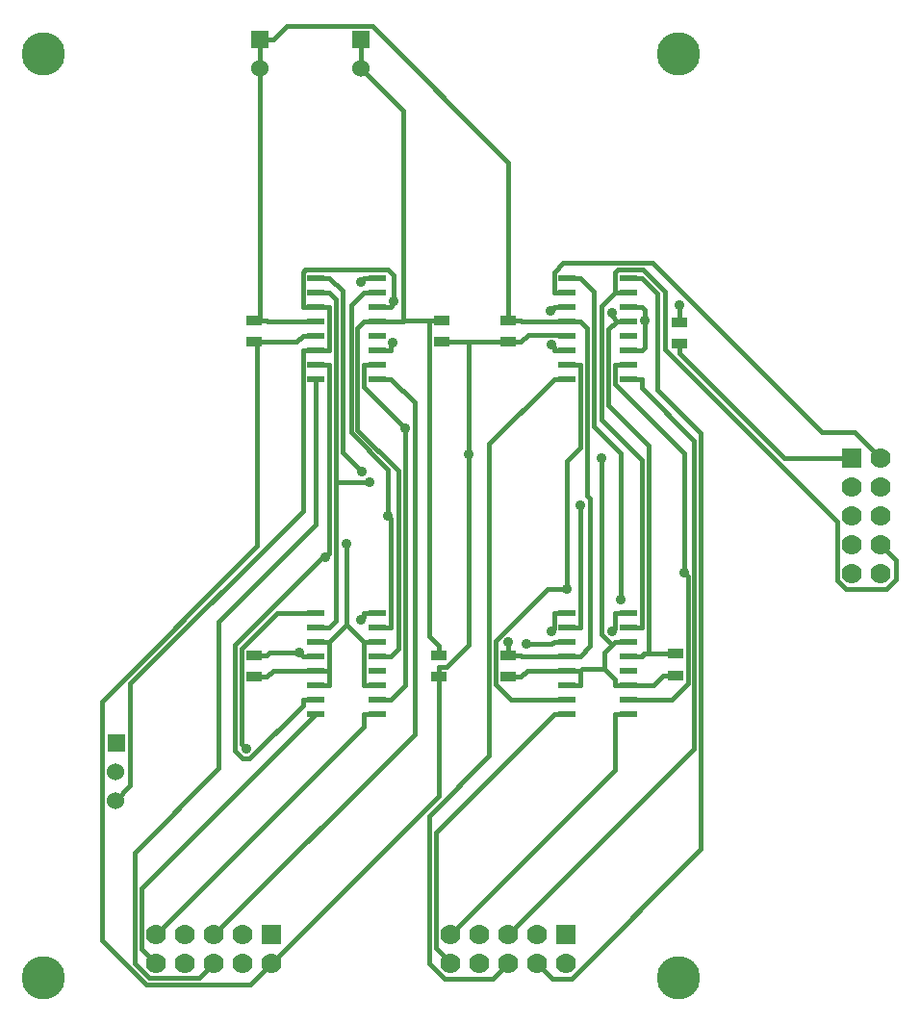
<source format=gtl>
G04 (created by PCBNEW (2013-jul-07)-stable) date Thu 17 Jan 2019 04:45:59 PM PST*
%MOIN*%
G04 Gerber Fmt 3.4, Leading zero omitted, Abs format*
%FSLAX34Y34*%
G01*
G70*
G90*
G04 APERTURE LIST*
%ADD10C,0.00590551*%
%ADD11R,0.055X0.035*%
%ADD12R,0.06X0.06*%
%ADD13C,0.06*%
%ADD14R,0.07X0.07*%
%ADD15C,0.07*%
%ADD16R,0.0610236X0.023622*%
%ADD17C,0.15*%
%ADD18C,0.035*%
%ADD19C,0.015*%
G04 APERTURE END LIST*
G54D10*
G54D11*
X53379Y-52275D03*
X53379Y-53025D03*
X47600Y-53075D03*
X47600Y-52325D03*
X53509Y-40784D03*
X53509Y-41534D03*
X47600Y-41475D03*
X47600Y-40725D03*
X45200Y-52325D03*
X45200Y-53075D03*
X38800Y-53075D03*
X38800Y-52325D03*
X45300Y-40725D03*
X45300Y-41475D03*
X38800Y-41475D03*
X38800Y-40725D03*
G54D12*
X34010Y-55350D03*
G54D13*
X33980Y-56350D03*
X33980Y-57350D03*
G54D12*
X39000Y-31000D03*
G54D13*
X39000Y-32000D03*
G54D12*
X42500Y-31000D03*
G54D13*
X42500Y-32000D03*
G54D14*
X39400Y-62000D03*
G54D15*
X39400Y-63000D03*
X38400Y-62000D03*
X38400Y-63000D03*
X37400Y-62000D03*
X37400Y-63000D03*
X36400Y-62000D03*
X36400Y-63000D03*
X35400Y-62000D03*
X35400Y-63000D03*
G54D14*
X49600Y-62000D03*
G54D15*
X49600Y-63000D03*
X48600Y-62000D03*
X48600Y-63000D03*
X47600Y-62000D03*
X47600Y-63000D03*
X46600Y-62000D03*
X46600Y-63000D03*
X45600Y-62000D03*
X45600Y-63000D03*
G54D16*
X49637Y-50850D03*
X49637Y-51350D03*
X49637Y-51850D03*
X49637Y-52350D03*
X51762Y-52350D03*
X51762Y-51850D03*
X51762Y-51350D03*
X51762Y-50850D03*
X49637Y-52850D03*
X49637Y-53350D03*
X49637Y-53850D03*
X49637Y-54350D03*
X51762Y-53350D03*
X51762Y-53850D03*
X51762Y-54350D03*
X51762Y-52850D03*
X49637Y-39250D03*
X49637Y-39750D03*
X49637Y-40250D03*
X49637Y-40750D03*
X51762Y-40750D03*
X51762Y-40250D03*
X51762Y-39750D03*
X51762Y-39250D03*
X49637Y-41250D03*
X49637Y-41750D03*
X49637Y-42250D03*
X49637Y-42750D03*
X51762Y-41750D03*
X51762Y-42250D03*
X51762Y-42750D03*
X51762Y-41250D03*
X40937Y-50850D03*
X40937Y-51350D03*
X40937Y-51850D03*
X40937Y-52350D03*
X43062Y-52350D03*
X43062Y-51850D03*
X43062Y-51350D03*
X43062Y-50850D03*
X40937Y-52850D03*
X40937Y-53350D03*
X40937Y-53850D03*
X40937Y-54350D03*
X43062Y-53350D03*
X43062Y-53850D03*
X43062Y-54350D03*
X43062Y-52850D03*
X40937Y-39250D03*
X40937Y-39750D03*
X40937Y-40250D03*
X40937Y-40750D03*
X43062Y-40750D03*
X43062Y-40250D03*
X43062Y-39750D03*
X43062Y-39250D03*
X40937Y-41250D03*
X40937Y-41750D03*
X40937Y-42250D03*
X40937Y-42750D03*
X43062Y-41750D03*
X43062Y-42250D03*
X43062Y-42750D03*
X43062Y-41250D03*
G54D17*
X31500Y-31500D03*
X53500Y-31500D03*
X53500Y-63500D03*
X31500Y-63500D03*
G54D14*
X59500Y-45500D03*
G54D15*
X60500Y-45500D03*
X59500Y-46500D03*
X60500Y-46500D03*
X59500Y-47500D03*
X60500Y-47500D03*
X59500Y-48500D03*
X60500Y-48500D03*
X59500Y-49500D03*
X60500Y-49500D03*
G54D18*
X51187Y-40446D03*
X53509Y-40208D03*
X47600Y-51878D03*
X40352Y-52225D03*
X49054Y-40408D03*
X51197Y-51497D03*
X49076Y-51497D03*
X42519Y-45959D03*
X42481Y-39390D03*
X38518Y-55563D03*
X42505Y-51080D03*
X51492Y-50406D03*
X46241Y-45374D03*
X42000Y-48447D03*
X50840Y-45500D03*
X48234Y-51928D03*
X50097Y-47123D03*
X52326Y-40725D03*
X43629Y-40068D03*
X43607Y-41494D03*
X49076Y-41576D03*
X42785Y-46324D03*
X43427Y-47500D03*
X44008Y-44449D03*
X41258Y-48933D03*
X53706Y-49477D03*
X49637Y-50021D03*
G54D19*
X53379Y-52275D02*
X52949Y-52275D01*
X51762Y-52350D02*
X52223Y-52350D01*
X51762Y-40750D02*
X51360Y-40750D01*
X45300Y-40725D02*
X44869Y-40725D01*
X43973Y-40725D02*
X44869Y-40725D01*
X45200Y-52325D02*
X45200Y-51994D01*
X52298Y-52275D02*
X52470Y-52275D01*
X52223Y-52350D02*
X52298Y-52275D01*
X52470Y-52275D02*
X52949Y-52275D01*
X51187Y-40577D02*
X51360Y-40750D01*
X51187Y-40446D02*
X51187Y-40577D01*
X53509Y-40208D02*
X53509Y-40784D01*
X44869Y-51664D02*
X44869Y-40725D01*
X45200Y-51994D02*
X44869Y-51664D01*
X43973Y-33473D02*
X42500Y-32000D01*
X43973Y-40725D02*
X43973Y-33473D01*
X42500Y-31000D02*
X42500Y-32000D01*
X52470Y-45076D02*
X52470Y-52275D01*
X51072Y-43678D02*
X52470Y-45076D01*
X51072Y-41037D02*
X51072Y-43678D01*
X51360Y-40750D02*
X51072Y-41037D01*
X43948Y-40750D02*
X43062Y-40750D01*
X43973Y-40725D02*
X43948Y-40750D01*
X43778Y-52094D02*
X43523Y-52350D01*
X43778Y-45919D02*
X43778Y-52094D01*
X42372Y-44513D02*
X43778Y-45919D01*
X42372Y-40980D02*
X42372Y-44513D01*
X42602Y-40750D02*
X42372Y-40980D01*
X43062Y-40750D02*
X42602Y-40750D01*
X43062Y-52350D02*
X43523Y-52350D01*
X38800Y-40725D02*
X39000Y-40725D01*
X39000Y-40725D02*
X39230Y-40725D01*
X48055Y-52350D02*
X49637Y-52350D01*
X48030Y-52325D02*
X48055Y-52350D01*
X47600Y-52325D02*
X48030Y-52325D01*
X40937Y-52350D02*
X40476Y-52350D01*
X47600Y-52325D02*
X47600Y-51994D01*
X40476Y-52350D02*
X40352Y-52225D01*
X39329Y-52225D02*
X39230Y-52325D01*
X40352Y-52225D02*
X39329Y-52225D01*
X38800Y-52325D02*
X39230Y-52325D01*
X39255Y-40750D02*
X40937Y-40750D01*
X39230Y-40725D02*
X39255Y-40750D01*
X49468Y-40750D02*
X49176Y-40750D01*
X49468Y-40750D02*
X49637Y-40750D01*
X50435Y-52011D02*
X50097Y-52350D01*
X50435Y-46900D02*
X50435Y-52011D01*
X50331Y-46796D02*
X50435Y-46900D01*
X50331Y-40984D02*
X50331Y-46796D01*
X50097Y-40750D02*
X50331Y-40984D01*
X49637Y-40750D02*
X50097Y-40750D01*
X49637Y-52350D02*
X50097Y-52350D01*
X48055Y-40750D02*
X49176Y-40750D01*
X48030Y-40725D02*
X48055Y-40750D01*
X47600Y-40725D02*
X48030Y-40725D01*
X47600Y-51994D02*
X47600Y-51878D01*
X39000Y-40725D02*
X39000Y-32000D01*
X39000Y-32000D02*
X39000Y-31000D01*
X47600Y-35262D02*
X47600Y-40725D01*
X42882Y-30544D02*
X47600Y-35262D01*
X39910Y-30544D02*
X42882Y-30544D01*
X39455Y-31000D02*
X39910Y-30544D01*
X39000Y-31000D02*
X39455Y-31000D01*
X49176Y-40286D02*
X49054Y-40408D01*
X49176Y-40250D02*
X49176Y-40286D01*
X49637Y-40250D02*
X49176Y-40250D01*
X49637Y-39750D02*
X49176Y-39750D01*
X49176Y-39062D02*
X49176Y-39750D01*
X49496Y-38742D02*
X49176Y-39062D01*
X52596Y-38742D02*
X49496Y-38742D01*
X58450Y-44596D02*
X52596Y-38742D01*
X59596Y-44596D02*
X58450Y-44596D01*
X60500Y-45500D02*
X59596Y-44596D01*
X49637Y-54350D02*
X49176Y-54350D01*
X45076Y-58449D02*
X49176Y-54350D01*
X45076Y-62476D02*
X45076Y-58449D01*
X45600Y-63000D02*
X45076Y-62476D01*
X51302Y-51392D02*
X51197Y-51497D01*
X51302Y-50850D02*
X51302Y-51392D01*
X51762Y-50850D02*
X51302Y-50850D01*
X49176Y-51397D02*
X49076Y-51497D01*
X49176Y-50850D02*
X49176Y-51397D01*
X49637Y-50850D02*
X49176Y-50850D01*
X51302Y-56297D02*
X45600Y-62000D01*
X51302Y-54350D02*
X51302Y-56297D01*
X51762Y-54350D02*
X51302Y-54350D01*
X49637Y-42750D02*
X49176Y-42750D01*
X47071Y-63528D02*
X47600Y-63000D01*
X45383Y-63528D02*
X47071Y-63528D01*
X44846Y-62991D02*
X45383Y-63528D01*
X44846Y-57879D02*
X44846Y-62991D01*
X46939Y-55785D02*
X44846Y-57879D01*
X46939Y-44987D02*
X46939Y-55785D01*
X49176Y-42750D02*
X46939Y-44987D01*
X51762Y-42750D02*
X52223Y-42750D01*
X52223Y-43075D02*
X52223Y-42750D01*
X54040Y-44892D02*
X52223Y-43075D01*
X54040Y-55559D02*
X54040Y-44892D01*
X47600Y-62000D02*
X54040Y-55559D01*
X40937Y-39250D02*
X41397Y-39250D01*
X41857Y-45297D02*
X42519Y-45959D01*
X41857Y-39710D02*
X41857Y-45297D01*
X41397Y-39250D02*
X41857Y-39710D01*
X43062Y-39250D02*
X42602Y-39250D01*
X42602Y-39269D02*
X42481Y-39390D01*
X42602Y-39250D02*
X42602Y-39269D01*
X43062Y-42750D02*
X43523Y-42750D01*
X44350Y-43577D02*
X43523Y-42750D01*
X44350Y-55049D02*
X44350Y-43577D01*
X37400Y-62000D02*
X44350Y-55049D01*
X36890Y-63509D02*
X37400Y-63000D01*
X35167Y-63509D02*
X36890Y-63509D01*
X34650Y-62992D02*
X35167Y-63509D01*
X34650Y-59160D02*
X34650Y-62992D01*
X37573Y-56237D02*
X34650Y-59160D01*
X37573Y-51168D02*
X37573Y-56237D01*
X40937Y-47805D02*
X37573Y-51168D01*
X40937Y-42750D02*
X40937Y-47805D01*
X38352Y-55397D02*
X38518Y-55563D01*
X38352Y-52086D02*
X38352Y-55397D01*
X39588Y-50850D02*
X38352Y-52086D01*
X40937Y-50850D02*
X39588Y-50850D01*
X42602Y-50983D02*
X42505Y-51080D01*
X42602Y-50850D02*
X42602Y-50983D01*
X43062Y-50850D02*
X42602Y-50850D01*
X51492Y-45336D02*
X51492Y-50406D01*
X50561Y-44405D02*
X51492Y-45336D01*
X50561Y-39714D02*
X50561Y-44405D01*
X50097Y-39250D02*
X50561Y-39714D01*
X49637Y-39250D02*
X50097Y-39250D01*
X43062Y-54350D02*
X42602Y-54350D01*
X42602Y-54797D02*
X42602Y-54350D01*
X35400Y-62000D02*
X42602Y-54797D01*
X34892Y-60394D02*
X40937Y-54350D01*
X34892Y-62492D02*
X34892Y-60394D01*
X35400Y-63000D02*
X34892Y-62492D01*
X51762Y-39250D02*
X52223Y-39250D01*
X52755Y-39781D02*
X52223Y-39250D01*
X52755Y-43119D02*
X52755Y-39781D01*
X54270Y-44634D02*
X52755Y-43119D01*
X54270Y-59044D02*
X54270Y-44634D01*
X49785Y-63528D02*
X54270Y-59044D01*
X49128Y-63528D02*
X49785Y-63528D01*
X48600Y-63000D02*
X49128Y-63528D01*
X57144Y-45500D02*
X53509Y-41864D01*
X59500Y-45500D02*
X57144Y-45500D01*
X53509Y-41534D02*
X53509Y-41864D01*
X40937Y-41250D02*
X40476Y-41250D01*
X40251Y-41475D02*
X39230Y-41475D01*
X40476Y-41250D02*
X40251Y-41475D01*
X46241Y-41475D02*
X46241Y-45374D01*
X46241Y-41475D02*
X45300Y-41475D01*
X45200Y-53075D02*
X45200Y-52744D01*
X39455Y-52850D02*
X39230Y-53075D01*
X40476Y-52850D02*
X39455Y-52850D01*
X40937Y-52850D02*
X40476Y-52850D01*
X38800Y-53075D02*
X39230Y-53075D01*
X43062Y-53350D02*
X42602Y-53350D01*
X43062Y-51850D02*
X42602Y-51850D01*
X40937Y-52850D02*
X41397Y-52850D01*
X40937Y-51850D02*
X41397Y-51850D01*
X48255Y-52850D02*
X48030Y-53075D01*
X49637Y-52850D02*
X48255Y-52850D01*
X47600Y-53075D02*
X48030Y-53075D01*
X46241Y-41475D02*
X47600Y-41475D01*
X47600Y-41475D02*
X48030Y-41475D01*
X50097Y-53350D02*
X50097Y-52850D01*
X49637Y-52850D02*
X50097Y-52850D01*
X49637Y-53350D02*
X50097Y-53350D01*
X53379Y-53025D02*
X52949Y-53025D01*
X42602Y-53350D02*
X42602Y-51850D01*
X41397Y-52850D02*
X41397Y-51850D01*
X41397Y-53350D02*
X41397Y-52850D01*
X40937Y-53350D02*
X41397Y-53350D01*
X38800Y-41475D02*
X38907Y-41475D01*
X38907Y-41475D02*
X39230Y-41475D01*
X45200Y-53075D02*
X45200Y-53405D01*
X46241Y-51955D02*
X46241Y-45374D01*
X45452Y-52744D02*
X46241Y-51955D01*
X45200Y-52744D02*
X45452Y-52744D01*
X52624Y-53350D02*
X51762Y-53350D01*
X52949Y-53025D02*
X52624Y-53350D01*
X51762Y-53350D02*
X51302Y-53350D01*
X45200Y-57200D02*
X45200Y-53405D01*
X39400Y-63000D02*
X45200Y-57200D01*
X51302Y-53148D02*
X50939Y-52785D01*
X51302Y-53350D02*
X51302Y-53148D01*
X50161Y-52785D02*
X50097Y-52850D01*
X50939Y-52785D02*
X50161Y-52785D01*
X51762Y-51850D02*
X51302Y-51850D01*
X50939Y-52212D02*
X51192Y-51960D01*
X50939Y-52785D02*
X50939Y-52212D01*
X51192Y-51960D02*
X51302Y-51850D01*
X50840Y-51608D02*
X50840Y-45500D01*
X51192Y-51960D02*
X50840Y-51608D01*
X38660Y-63739D02*
X39400Y-63000D01*
X35072Y-63739D02*
X38660Y-63739D01*
X33511Y-62179D02*
X35072Y-63739D01*
X33511Y-53934D02*
X33511Y-62179D01*
X38907Y-48539D02*
X33511Y-53934D01*
X38907Y-41475D02*
X38907Y-48539D01*
X42000Y-51247D02*
X41397Y-51850D01*
X42000Y-51247D02*
X42602Y-51850D01*
X42000Y-51247D02*
X42000Y-48447D01*
X48281Y-41223D02*
X48030Y-41475D01*
X49610Y-41223D02*
X48281Y-41223D01*
X49637Y-41250D02*
X49610Y-41223D01*
X49098Y-51928D02*
X48234Y-51928D01*
X49176Y-51850D02*
X49098Y-51928D01*
X49637Y-51850D02*
X49176Y-51850D01*
X49637Y-51350D02*
X50097Y-51350D01*
X50097Y-51350D02*
X50097Y-47123D01*
X40937Y-41750D02*
X40476Y-41750D01*
X51762Y-41750D02*
X52223Y-41750D01*
X52326Y-41646D02*
X52326Y-40725D01*
X52223Y-41750D02*
X52326Y-41646D01*
X52326Y-40353D02*
X52223Y-40250D01*
X52326Y-40725D02*
X52326Y-40353D01*
X51762Y-40250D02*
X52223Y-40250D01*
X41397Y-40250D02*
X41397Y-41750D01*
X40937Y-41750D02*
X41397Y-41750D01*
X34492Y-56837D02*
X33980Y-57350D01*
X34492Y-53308D02*
X34492Y-56837D01*
X40476Y-47324D02*
X34492Y-53308D01*
X40476Y-41750D02*
X40476Y-47324D01*
X43062Y-40250D02*
X43523Y-40250D01*
X43629Y-40143D02*
X43629Y-40068D01*
X43523Y-40250D02*
X43629Y-40143D01*
X41167Y-40250D02*
X41397Y-40250D01*
X41167Y-40250D02*
X40937Y-40250D01*
X43629Y-39170D02*
X43629Y-40068D01*
X43435Y-38976D02*
X43629Y-39170D01*
X40566Y-38976D02*
X43435Y-38976D01*
X40476Y-39066D02*
X40566Y-38976D01*
X40476Y-40250D02*
X40476Y-39066D01*
X40937Y-40250D02*
X40476Y-40250D01*
X43523Y-41578D02*
X43607Y-41494D01*
X43523Y-41750D02*
X43523Y-41578D01*
X43062Y-41750D02*
X43523Y-41750D01*
X49637Y-41750D02*
X49176Y-41750D01*
X49176Y-41677D02*
X49076Y-41576D01*
X49176Y-41750D02*
X49176Y-41677D01*
X40937Y-39750D02*
X41397Y-39750D01*
X40937Y-51350D02*
X41397Y-51350D01*
X41627Y-39980D02*
X41627Y-46324D01*
X41397Y-39750D02*
X41627Y-39980D01*
X41627Y-51119D02*
X41397Y-51350D01*
X41627Y-46324D02*
X41627Y-51119D01*
X41627Y-46324D02*
X42785Y-46324D01*
X43062Y-51350D02*
X43523Y-51350D01*
X43523Y-47595D02*
X43427Y-47500D01*
X43523Y-51350D02*
X43523Y-47595D01*
X43062Y-39750D02*
X42602Y-39750D01*
X43427Y-45894D02*
X43427Y-47500D01*
X42142Y-44609D02*
X43427Y-45894D01*
X42142Y-40210D02*
X42142Y-44609D01*
X42602Y-39750D02*
X42142Y-40210D01*
X43062Y-42250D02*
X42602Y-42250D01*
X43062Y-53850D02*
X43523Y-53850D01*
X42602Y-43043D02*
X42602Y-42250D01*
X44008Y-44449D02*
X42602Y-43043D01*
X44008Y-53364D02*
X44008Y-44449D01*
X43523Y-53850D02*
X44008Y-53364D01*
X40937Y-42250D02*
X41397Y-42250D01*
X40937Y-53850D02*
X40476Y-53850D01*
X41397Y-48794D02*
X41258Y-48933D01*
X41397Y-42250D02*
X41397Y-48794D01*
X40476Y-54071D02*
X40476Y-53850D01*
X38637Y-55910D02*
X40476Y-54071D01*
X38394Y-55910D02*
X38637Y-55910D01*
X38116Y-55632D02*
X38394Y-55910D01*
X38116Y-51973D02*
X38116Y-55632D01*
X41156Y-48933D02*
X38116Y-51973D01*
X41258Y-48933D02*
X41156Y-48933D01*
X51762Y-39750D02*
X51302Y-39750D01*
X51762Y-51350D02*
X52223Y-51350D01*
X61015Y-49015D02*
X60500Y-48500D01*
X61015Y-49705D02*
X61015Y-49015D01*
X60693Y-50026D02*
X61015Y-49705D01*
X59283Y-50026D02*
X60693Y-50026D01*
X58980Y-49723D02*
X59283Y-50026D01*
X58980Y-47695D02*
X58980Y-49723D01*
X53013Y-41727D02*
X58980Y-47695D01*
X53013Y-39714D02*
X53013Y-41727D01*
X52271Y-38972D02*
X53013Y-39714D01*
X51389Y-38972D02*
X52271Y-38972D01*
X51302Y-39058D02*
X51389Y-38972D01*
X51302Y-39750D02*
X51302Y-39058D01*
X52223Y-45570D02*
X52223Y-51350D01*
X50828Y-44175D02*
X52223Y-45570D01*
X50828Y-40224D02*
X50828Y-44175D01*
X51302Y-39750D02*
X50828Y-40224D01*
X51762Y-42250D02*
X51302Y-42250D01*
X53810Y-49581D02*
X53706Y-49477D01*
X53810Y-53293D02*
X53810Y-49581D01*
X53253Y-53850D02*
X53810Y-53293D01*
X51762Y-53850D02*
X53253Y-53850D01*
X53706Y-45335D02*
X53706Y-49477D01*
X51302Y-42932D02*
X53706Y-45335D01*
X51302Y-42250D02*
X51302Y-42932D01*
X49637Y-42250D02*
X50097Y-42250D01*
X49637Y-45586D02*
X49637Y-50021D01*
X50097Y-45126D02*
X49637Y-45586D01*
X50097Y-42250D02*
X50097Y-45126D01*
X47682Y-53850D02*
X49637Y-53850D01*
X47169Y-53337D02*
X47682Y-53850D01*
X47169Y-51825D02*
X47169Y-53337D01*
X48973Y-50021D02*
X47169Y-51825D01*
X49637Y-50021D02*
X48973Y-50021D01*
M02*

</source>
